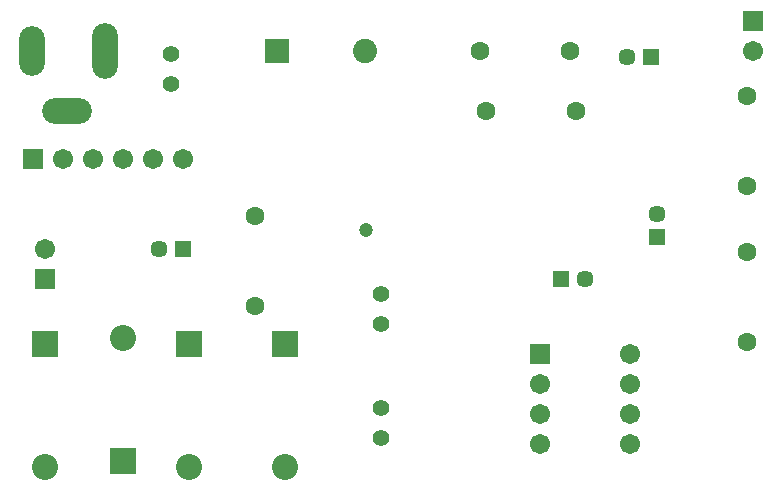
<source format=gts>
%FSLAX24Y24*%
%MOIN*%
G70*
G01*
G75*
G04 Layer_Color=8388736*
%ADD10C,0.0100*%
%ADD11C,0.0394*%
%ADD12C,0.0551*%
%ADD13C,0.0591*%
%ADD14R,0.0591X0.0591*%
%ADD15O,0.0591X0.1575*%
%ADD16O,0.1575X0.0591*%
%ADD17O,0.0591X0.1772*%
%ADD18O,0.1575X0.0787*%
%ADD19O,0.0787X0.1575*%
%ADD20O,0.0787X0.1772*%
%ADD21R,0.0492X0.0492*%
%ADD22C,0.0492*%
%ADD23R,0.0492X0.0492*%
%ADD24R,0.0728X0.0728*%
%ADD25C,0.0728*%
%ADD26C,0.0472*%
%ADD27C,0.0787*%
%ADD28R,0.0787X0.0787*%
%ADD29R,0.0591X0.0591*%
%ADD30C,0.0079*%
%ADD31C,0.0098*%
%ADD32C,0.0236*%
%ADD33C,0.0059*%
%ADD34R,0.1102X0.0315*%
%ADD35C,0.0474*%
%ADD36C,0.0631*%
%ADD37C,0.0671*%
%ADD38R,0.0671X0.0671*%
%ADD39O,0.0671X0.1655*%
%ADD40O,0.1655X0.0671*%
%ADD41O,0.0671X0.1852*%
%ADD42O,0.1655X0.0867*%
%ADD43O,0.0867X0.1655*%
%ADD44O,0.0867X0.1852*%
%ADD45R,0.0572X0.0572*%
%ADD46C,0.0572*%
%ADD47R,0.0572X0.0572*%
%ADD48R,0.0808X0.0808*%
%ADD49C,0.0808*%
%ADD50C,0.0552*%
%ADD51C,0.0867*%
%ADD52R,0.0867X0.0867*%
%ADD53R,0.0671X0.0671*%
D35*
X32700Y39650D02*
D03*
D36*
X45400Y38900D02*
D03*
Y35900D02*
D03*
Y44100D02*
D03*
Y41100D02*
D03*
X36500Y45600D02*
D03*
X39500D02*
D03*
X36700Y43600D02*
D03*
X39700D02*
D03*
X29000Y37100D02*
D03*
Y40100D02*
D03*
D37*
X22000Y39000D02*
D03*
X45600Y45600D02*
D03*
X26600Y42000D02*
D03*
X25600D02*
D03*
X24600D02*
D03*
X23600D02*
D03*
X22600D02*
D03*
X38500Y34500D02*
D03*
Y33500D02*
D03*
Y32500D02*
D03*
X41500Y35500D02*
D03*
Y34500D02*
D03*
Y33500D02*
D03*
Y32500D02*
D03*
D38*
X22000Y38000D02*
D03*
X45600Y46600D02*
D03*
D39*
X21553Y45600D02*
D03*
D40*
X22734Y43632D02*
D03*
D41*
X23994Y45600D02*
D03*
D42*
X22734Y43632D02*
D03*
D43*
X21553Y45600D02*
D03*
D44*
X23994D02*
D03*
D45*
X42194Y45400D02*
D03*
X39206Y38000D02*
D03*
X26594Y39000D02*
D03*
D46*
X41406Y45400D02*
D03*
X39994Y38000D02*
D03*
X42400Y40194D02*
D03*
X25806Y39000D02*
D03*
D47*
X42400Y39406D02*
D03*
D48*
X29724Y45600D02*
D03*
D49*
X32676D02*
D03*
D50*
X33200Y32700D02*
D03*
Y33700D02*
D03*
Y36500D02*
D03*
Y37500D02*
D03*
X26200Y45500D02*
D03*
Y44500D02*
D03*
D51*
X24600Y36059D02*
D03*
X22000Y31741D02*
D03*
X30000D02*
D03*
X26800D02*
D03*
D52*
X24600Y31941D02*
D03*
X22000Y35859D02*
D03*
X30000D02*
D03*
X26800D02*
D03*
D53*
X21600Y42000D02*
D03*
X38500Y35500D02*
D03*
M02*

</source>
